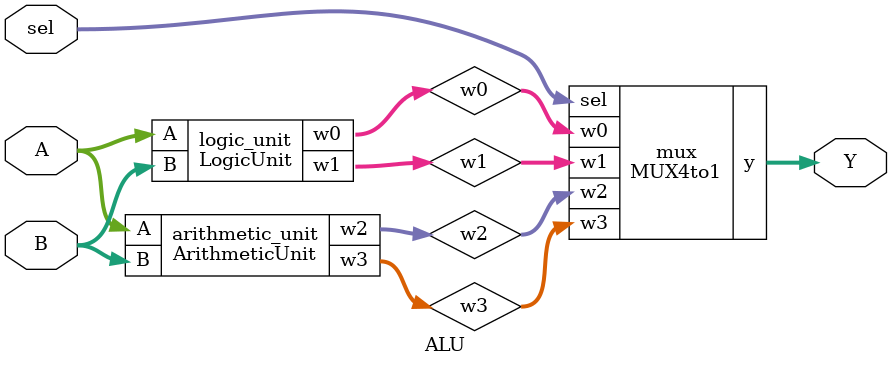
<source format=v>
module MUX4to1 (
    input [3:0]w0, w1,w2, w3,
    input [1:0]sel,
    output reg [3:0]y
);
    always @(*) begin
        case (sel)
            2'b00:y=w0;
            2'b01:y=w1;
            2'b10:y=w2;
            2'b11:y= w3;
            default: y=4'b0000;
        endcase
    end
endmodule

module LogicUnit (
    input [1:0]A, B,
    output [3:0]w0, 
    output [3:0]w1
);
    assign w0={2'b00,~A};        
    assign w1={2'b00,~(A&B)}; 
endmodule

module ArithmeticUnit (
    input [1:0]A,B,
    output [3:0]w2, 
    output [3:0]w3
);
    assign w2={2'b00,A+B};      
    assign w3={2'b00, A*B};    
endmodule

module ALU (
    input [1:0]sel,
    input [1:0]A,B,
    output [3:0]Y
);
    wire [3:0] w0, w1,w2, w3;

    LogicUnit logic_unit (
        .A(A),.B(B),
        .w0(w0),
        .w1(w1)
    );

    ArithmeticUnit arithmetic_unit (
        .A(A),.B(B),
        .w2(w2),
        .w3(w3)
    );

    MUX4to1 mux (
        .w0(w0),.w1(w1),.w2(w2), .w3(w3),
        .sel(sel),
        .y(Y)
    );
endmodule

</source>
